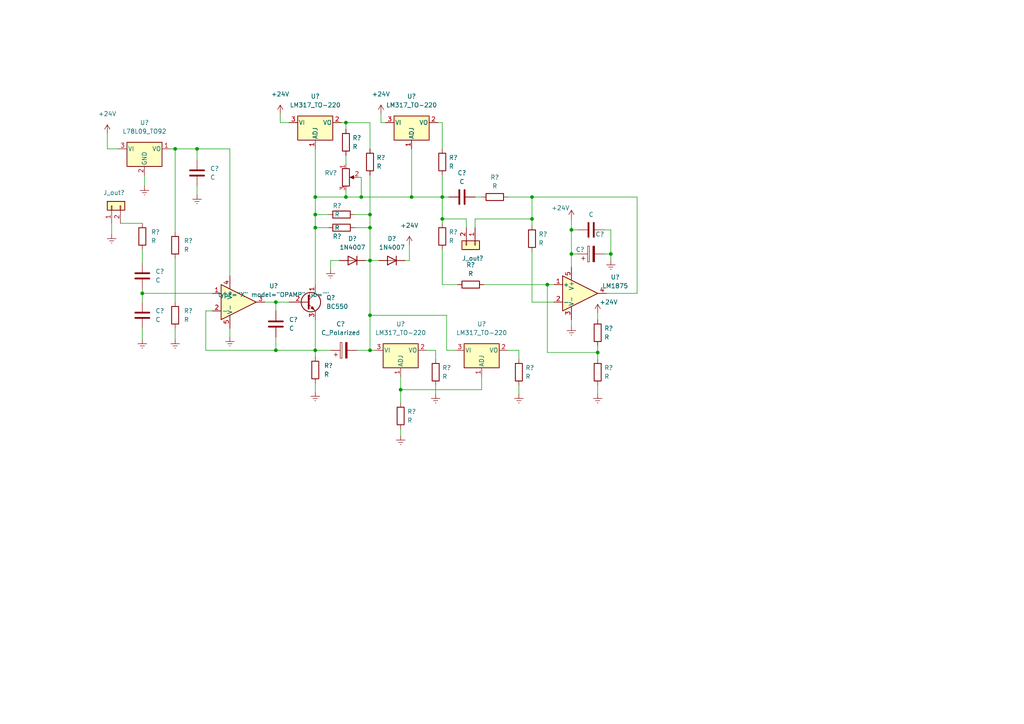
<source format=kicad_sch>
(kicad_sch (version 20211123) (generator eeschema)
  (paper "A4")
  (lib_symbols
    (symbol "Amplifier_Audio:LM1875" (pin_names (offset 0.127))
      (property "Reference" "U" (at 3.81 6.35 0))
      (property "Value" "LM1875" (at 3.81 3.81 0))
      (symbol "LM1875_0_1"
        (polyline (pts (xy -5.08 5.08) (xy 5.08 0) (xy -5.08 -5.08) (xy -5.08 5.08)) (stroke (width 0.254)) (fill (type background)))
      )
      (symbol "LM1875_1_1"
        (pin input line (at -7.62 2.54 0) (length 2.54) (name "+") (number "1"))
        (pin input line (at -7.62 -2.54 0) (length 2.54) (name "-") (number "2"))
        (pin power_in line (at -2.54 -7.62 90) (length 3.81) (name "V-") (number "3"))
        (pin output line (at 7.62 0 180) (length 2.54) (name "~") (number "4"))
        (pin power_in line (at -2.54 7.62 270) (length 3.81) (name "V+") (number "5"))
      )
    )
    (symbol "Connector_Generic:Conn_01x02" (pin_names (offset 1.016) hide)
      (property "Reference" "J" (at 0 2.54 0))
      (property "Value" "Conn_01x02" (at 0 -5.08 0))
      (symbol "Conn_01x02_1_1"
        (rectangle (start -1.27 -2.413) (end 0 -2.667) (stroke (width 0.1524)))
        (rectangle (start -1.27 0.127) (end 0 -0.127) (stroke (width 0.1524)))
        (rectangle (start -1.27 1.27) (end 1.27 -3.81) (stroke (width 0.254)) (fill (type background)))
        (pin passive line (at -5.08 0 0) (length 3.81) (name "Pin_1") (number "1"))
        (pin passive line (at -5.08 -2.54 0) (length 3.81) (name "Pin_2") (number "2"))
      )
    )
    (symbol "Device:C" (pin_numbers hide) (pin_names (offset 0.254))
      (property "Reference" "C" (at 0.635 2.54 0))
      (property "Value" "C" (at 0.635 -2.54 0))
      (symbol "C_0_1"
        (polyline (pts (xy -2.032 -0.762) (xy 2.032 -0.762)) (stroke (width 0.508)))
        (polyline (pts (xy -2.032 0.762) (xy 2.032 0.762)) (stroke (width 0.508)))
      )
      (symbol "C_1_1"
        (pin passive line (at 0 3.81 270) (length 2.794) (name "~") (number "1"))
        (pin passive line (at 0 -3.81 90) (length 2.794) (name "~") (number "2"))
      )
    )
    (symbol "Device:C_Polarized" (pin_numbers hide) (pin_names (offset 0.254))
      (property "Reference" "C" (at 0.635 2.54 0))
      (property "Value" "C_Polarized" (at 0.635 -2.54 0))
      (symbol "C_Polarized_0_1"
        (rectangle (start -2.286 0.508) (end 2.286 1.016))
        (polyline (pts (xy -1.778 2.286) (xy -0.762 2.286)))
        (polyline (pts (xy -1.27 2.794) (xy -1.27 1.778)))
        (rectangle (start 2.286 -0.508) (end -2.286 -1.016) (fill (type outline)))
      )
      (symbol "C_Polarized_1_1"
        (pin passive line (at 0 3.81 270) (length 2.794) (name "~") (number "1"))
        (pin passive line (at 0 -3.81 90) (length 2.794) (name "~") (number "2"))
      )
    )
    (symbol "Device:R" (pin_numbers hide) (pin_names (offset 0))
      (property "Reference" "R" (at 2.032 0 90))
      (property "Value" "R" (at 0 0 90))
      (symbol "R_0_1"
        (rectangle (start -1.016 -2.54) (end 1.016 2.54) (stroke (width 0.254)))
      )
      (symbol "R_1_1"
        (pin passive line (at 0 3.81 270) (length 1.27) (name "~") (number "1"))
        (pin passive line (at 0 -3.81 90) (length 1.27) (name "~") (number "2"))
      )
    )
    (symbol "Device:R_Potentiometer" (pin_names (offset 1.016) hide)
      (property "Reference" "RV" (at -4.445 0 90))
      (property "Value" "R_Potentiometer" (at -2.54 0 90))
      (symbol "R_Potentiometer_0_1"
        (polyline (pts (xy 2.54 0) (xy 1.524 0)))
        (polyline (pts (xy 1.143 0) (xy 2.286 0.508) (xy 2.286 -0.508) (xy 1.143 0)) (fill (type outline)))
        (rectangle (start 1.016 2.54) (end -1.016 -2.54) (stroke (width 0.254)))
      )
      (symbol "R_Potentiometer_1_1"
        (pin passive line (at 0 3.81 270) (length 1.27) (name "1") (number "1"))
        (pin passive line (at 3.81 0 180) (length 1.27) (name "2") (number "2"))
        (pin passive line (at 0 -3.81 90) (length 1.27) (name "3") (number "3"))
      )
    )
    (symbol "Diode:1N4007" (pin_numbers hide) (pin_names hide)
      (property "Reference" "D" (at 0 2.54 0))
      (property "Value" "1N4007" (at 0 -2.54 0))
      (symbol "1N4007_0_1"
        (polyline (pts (xy -1.27 1.27) (xy -1.27 -1.27)) (stroke (width 0.254)))
        (polyline (pts (xy 1.27 0) (xy -1.27 0)))
        (polyline (pts (xy 1.27 1.27) (xy 1.27 -1.27) (xy -1.27 0) (xy 1.27 1.27)) (stroke (width 0.254)))
      )
      (symbol "1N4007_1_1"
        (pin passive line (at -3.81 0 0) (length 2.54) (name "K") (number "1"))
        (pin passive line (at 3.81 0 180) (length 2.54) (name "A") (number "2"))
      )
    )
    (symbol "Earth_1" (power) (pin_names (offset 0))
      (symbol "Earth_1_0_1"
        (polyline (pts (xy -0.635 -1.905) (xy 0.635 -1.905)))
        (polyline (pts (xy -0.127 -2.54) (xy 0.127 -2.54)))
        (polyline (pts (xy 0 -1.27) (xy 0 0)))
        (polyline (pts (xy 1.27 -1.27) (xy -1.27 -1.27)))
      )
      (symbol "Earth_1_1_1"
        (pin power_in line (at 0 0 270) (length 0) hide (name "Earth") (number "1"))
      )
    )
    (symbol "Regulator_Linear:L78L09_TO92" (pin_names (offset 0.254))
      (property "Reference" "U" (at -3.81 3.175 0))
      (property "Value" "L78L09_TO92" (at 0 3.175 0))
      (symbol "L78L09_TO92_0_1"
        (rectangle (start -5.08 -5.08) (end 5.08 1.905) (stroke (width 0.254)) (fill (type background)))
      )
      (symbol "L78L09_TO92_1_1"
        (pin power_out line (at 7.62 0 180) (length 2.54) (name "VO") (number "1"))
        (pin power_in line (at 0 -7.62 90) (length 2.54) (name "GND") (number "2"))
        (pin power_in line (at -7.62 0 0) (length 2.54) (name "VI") (number "3"))
      )
    )
    (symbol "Regulator_Linear:LM317_TO-220" (pin_names (offset 0.254))
      (property "Reference" "U" (at -3.81 3.175 0))
      (property "Value" "LM317_TO-220" (at 0 3.175 0))
      (symbol "LM317_TO-220_0_1"
        (rectangle (start -5.08 1.905) (end 5.08 -5.08) (stroke (width 0.254)) (fill (type background)))
      )
      (symbol "LM317_TO-220_1_1"
        (pin input line (at 0 -7.62 90) (length 2.54) (name "ADJ") (number "1"))
        (pin power_out line (at 7.62 0 180) (length 2.54) (name "VO") (number "2"))
        (pin power_in line (at -7.62 0 0) (length 2.54) (name "VI") (number "3"))
      )
    )
    (symbol "Simulation_SPICE:OPAMP" (pin_names (offset 0.254))
      (property "Reference" "U" (at 3.81 3.175 0))
      (property "Value" "OPAMP" (at 3.81 -3.175 0))
      (symbol "OPAMP_0_1"
        (polyline (pts (xy 5.08 0) (xy -5.08 5.08) (xy -5.08 -5.08) (xy 5.08 0)) (stroke (width 0.254)) (fill (type background)))
      )
      (symbol "OPAMP_1_1"
        (pin input line (at -7.62 2.54 0) (length 2.54) (name "+") (number "1"))
        (pin input line (at -7.62 -2.54 0) (length 2.54) (name "-") (number "2"))
        (pin output line (at 7.62 0 180) (length 2.54) (name "~") (number "3"))
        (pin power_in line (at -2.54 7.62 270) (length 3.81) (name "V+") (number "4"))
        (pin power_in line (at -2.54 -7.62 90) (length 3.81) (name "V-") (number "5"))
      )
    )
    (symbol "Transistor_BJT:BC550" (pin_names (offset 0) hide)
      (property "Reference" "Q" (at 5.08 1.905 0))
      (property "Value" "BC550" (at 5.08 0 0))
      (symbol "BC550_0_1"
        (polyline (pts (xy 0 0) (xy 0.635 0)))
        (polyline (pts (xy 0.635 0.635) (xy 2.54 2.54)))
        (polyline (pts (xy 0.635 -0.635) (xy 2.54 -2.54) (xy 2.54 -2.54)))
        (polyline (pts (xy 0.635 1.905) (xy 0.635 -1.905) (xy 0.635 -1.905)) (stroke (width 0.508)))
        (polyline (pts (xy 1.27 -1.778) (xy 1.778 -1.27) (xy 2.286 -2.286) (xy 1.27 -1.778) (xy 1.27 -1.778)) (fill (type outline)))
        (circle (center 1.27 0) (radius 2.8194) (stroke (width 0.254)))
      )
      (symbol "BC550_1_1"
        (pin passive line (at 2.54 5.08 270) (length 2.54) (name "C") (number "1"))
        (pin input line (at -5.08 0 0) (length 5.08) (name "B") (number "2"))
        (pin passive line (at 2.54 -5.08 90) (length 2.54) (name "E") (number "3"))
      )
    )
    (symbol "power:+24V" (power) (pin_names (offset 0))
      (property "Value" "+24V" (at 0 3.556 0))
      (symbol "+24V_0_1"
        (polyline (pts (xy -0.762 1.27) (xy 0 2.54)))
        (polyline (pts (xy 0 0) (xy 0 2.54)))
        (polyline (pts (xy 0 2.54) (xy 0.762 1.27)))
      )
      (symbol "+24V_1_1"
        (pin power_in line (at 0 0 90) (length 0) hide (name "+24V") (number "1"))
      )
    )
  )
  (junction (at 104.775 57.15))
  (junction (at 107.315 75.565))
  (junction (at 107.315 62.23))
  (junction (at 107.315 66.04))
  (junction (at 116.205 113.03))
  (junction (at 154.305 63.5))
  (junction (at 128.27 57.15))
  (junction (at 128.27 63.5))
  (junction (at 173.355 102.235))
  (junction (at 158.75 82.55))
  (junction (at 177.165 73.66))
  (junction (at 100.33 57.15))
  (junction (at 119.38 57.15))
  (junction (at 154.305 57.15))
  (junction (at 91.44 62.23))
  (junction (at 41.275 85.09))
  (junction (at 91.44 101.6))
  (junction (at 107.315 91.44))
  (junction (at 50.8 43.18))
  (junction (at 165.735 66.675))
  (junction (at 100.33 35.56))
  (junction (at 107.315 101.6))
  (junction (at 91.44 57.15))
  (junction (at 57.15 43.18))
  (junction (at 165.735 73.66))
  (junction (at 91.44 66.04))
  (junction (at 80.01 87.63))
  (junction (at 80.01 101.6))
  (wire (pts (xy 100.33 35.56) (xy 99.06 35.56)))
  (wire (pts (xy 154.305 57.15) (xy 147.32 57.15)))
  (wire (pts (xy 102.87 66.04) (xy 107.315 66.04)))
  (wire (pts (xy 173.355 100.33) (xy 173.355 102.235)))
  (wire (pts (xy 91.44 111.125) (xy 91.44 113.665)))
  (wire (pts (xy 104.14 51.435) (xy 104.775 51.435)))
  (wire (pts (xy 165.735 73.66) (xy 165.735 77.47)))
  (wire (pts (xy 57.15 43.18) (xy 50.8 43.18)))
  (wire (pts (xy 107.315 43.18) (xy 107.315 35.56)))
  (wire (pts (xy 31.115 43.18) (xy 34.29 43.18)))
  (wire (pts (xy 91.44 92.71) (xy 91.44 101.6)))
  (wire (pts (xy 119.38 43.18) (xy 119.38 57.15)))
  (wire (pts (xy 57.15 46.355) (xy 57.15 43.18)))
  (wire (pts (xy 173.355 90.805) (xy 173.355 92.71)))
  (wire (pts (xy 118.745 75.565) (xy 118.745 71.12)))
  (wire (pts (xy 107.315 101.6) (xy 108.585 101.6)))
  (wire (pts (xy 129.54 101.6) (xy 132.08 101.6)))
  (wire (pts (xy 167.64 66.675) (xy 165.735 66.675)))
  (wire (pts (xy 175.26 73.66) (xy 177.165 73.66)))
  (wire (pts (xy 107.315 35.56) (xy 100.33 35.56)))
  (wire (pts (xy 129.54 101.6) (xy 129.54 91.44)))
  (wire (pts (xy 154.305 63.5) (xy 154.305 65.405)))
  (wire (pts (xy 177.165 73.66) (xy 177.165 66.675)))
  (wire (pts (xy 154.305 73.025) (xy 154.305 87.63)))
  (wire (pts (xy 41.275 95.25) (xy 41.275 98.425)))
  (wire (pts (xy 173.355 111.76) (xy 173.355 114.3)))
  (wire (pts (xy 41.275 72.39) (xy 41.275 76.2)))
  (wire (pts (xy 117.475 75.565) (xy 118.745 75.565)))
  (wire (pts (xy 107.315 66.04) (xy 107.315 62.23)))
  (wire (pts (xy 184.785 57.15) (xy 154.305 57.15)))
  (wire (pts (xy 32.385 64.77) (xy 32.385 67.945)))
  (wire (pts (xy 66.675 80.01) (xy 66.675 43.18)))
  (wire (pts (xy 184.785 85.09) (xy 184.785 57.15)))
  (wire (pts (xy 107.315 91.44) (xy 107.315 75.565)))
  (wire (pts (xy 139.7 113.03) (xy 116.205 113.03)))
  (wire (pts (xy 50.8 95.25) (xy 50.8 98.425)))
  (wire (pts (xy 128.27 57.15) (xy 130.175 57.15)))
  (wire (pts (xy 80.01 87.63) (xy 80.01 90.17)))
  (wire (pts (xy 91.44 57.15) (xy 91.44 62.23)))
  (wire (pts (xy 128.27 57.15) (xy 119.38 57.15)))
  (wire (pts (xy 102.87 62.23) (xy 107.315 62.23)))
  (wire (pts (xy 128.27 57.15) (xy 128.27 63.5)))
  (wire (pts (xy 59.69 90.17) (xy 59.69 101.6)))
  (wire (pts (xy 116.205 124.46) (xy 116.205 126.365)))
  (wire (pts (xy 173.355 102.235) (xy 173.355 104.14)))
  (wire (pts (xy 137.795 63.5) (xy 154.305 63.5)))
  (wire (pts (xy 66.675 95.25) (xy 66.675 97.79)))
  (wire (pts (xy 128.27 50.8) (xy 128.27 57.15)))
  (wire (pts (xy 100.33 35.56) (xy 100.33 37.465)))
  (wire (pts (xy 91.44 101.6) (xy 95.885 101.6)))
  (wire (pts (xy 91.44 66.04) (xy 95.25 66.04)))
  (wire (pts (xy 177.165 75.565) (xy 177.165 73.66)))
  (wire (pts (xy 50.8 67.31) (xy 50.8 43.18)))
  (wire (pts (xy 34.925 64.77) (xy 41.275 64.77)))
  (wire (pts (xy 95.885 78.105) (xy 95.885 75.565)))
  (wire (pts (xy 110.49 33.02) (xy 110.49 35.56)))
  (wire (pts (xy 50.8 43.18) (xy 49.53 43.18)))
  (wire (pts (xy 126.365 111.76) (xy 126.365 114.3)))
  (wire (pts (xy 107.315 75.565) (xy 107.315 66.04)))
  (wire (pts (xy 100.33 55.245) (xy 100.33 57.15)))
  (wire (pts (xy 41.275 85.09) (xy 41.275 87.63)))
  (wire (pts (xy 91.44 43.18) (xy 91.44 57.15)))
  (wire (pts (xy 91.44 62.23) (xy 91.44 66.04)))
  (wire (pts (xy 104.775 51.435) (xy 104.775 57.15)))
  (wire (pts (xy 104.775 57.15) (xy 119.38 57.15)))
  (wire (pts (xy 116.205 109.22) (xy 116.205 113.03)))
  (wire (pts (xy 158.75 102.235) (xy 173.355 102.235)))
  (wire (pts (xy 107.315 91.44) (xy 129.54 91.44)))
  (wire (pts (xy 61.595 90.17) (xy 59.69 90.17)))
  (wire (pts (xy 91.44 57.15) (xy 100.33 57.15)))
  (wire (pts (xy 154.305 57.15) (xy 154.305 63.5)))
  (wire (pts (xy 140.335 82.55) (xy 158.75 82.55)))
  (wire (pts (xy 158.75 82.55) (xy 160.655 82.55)))
  (wire (pts (xy 165.735 66.675) (xy 165.735 73.66)))
  (wire (pts (xy 57.15 53.975) (xy 57.15 56.515)))
  (wire (pts (xy 95.885 75.565) (xy 98.425 75.565)))
  (wire (pts (xy 91.44 66.04) (xy 91.44 82.55)))
  (wire (pts (xy 107.315 75.565) (xy 109.855 75.565)))
  (wire (pts (xy 132.715 82.55) (xy 128.27 82.55)))
  (wire (pts (xy 80.01 87.63) (xy 83.82 87.63)))
  (wire (pts (xy 128.27 43.18) (xy 128.27 35.56)))
  (wire (pts (xy 175.895 85.09) (xy 184.785 85.09)))
  (wire (pts (xy 31.115 38.735) (xy 31.115 43.18)))
  (wire (pts (xy 150.495 101.6) (xy 150.495 104.14)))
  (wire (pts (xy 123.825 101.6) (xy 126.365 101.6)))
  (wire (pts (xy 128.27 63.5) (xy 128.27 64.77)))
  (wire (pts (xy 100.33 45.085) (xy 100.33 47.625)))
  (wire (pts (xy 76.835 87.63) (xy 80.01 87.63)))
  (wire (pts (xy 80.01 101.6) (xy 91.44 101.6)))
  (wire (pts (xy 135.255 66.04) (xy 135.255 63.5)))
  (wire (pts (xy 165.735 63.5) (xy 165.735 66.675)))
  (wire (pts (xy 91.44 101.6) (xy 91.44 103.505)))
  (wire (pts (xy 137.795 57.15) (xy 139.7 57.15)))
  (wire (pts (xy 177.165 66.675) (xy 175.26 66.675)))
  (wire (pts (xy 80.01 97.79) (xy 80.01 101.6)))
  (wire (pts (xy 41.275 83.82) (xy 41.275 85.09)))
  (wire (pts (xy 103.505 101.6) (xy 107.315 101.6)))
  (wire (pts (xy 165.735 92.71) (xy 165.735 94.615)))
  (wire (pts (xy 135.255 63.5) (xy 128.27 63.5)))
  (wire (pts (xy 66.675 43.18) (xy 57.15 43.18)))
  (wire (pts (xy 81.28 33.02) (xy 81.28 35.56)))
  (wire (pts (xy 137.795 66.04) (xy 137.795 63.5)))
  (wire (pts (xy 126.365 101.6) (xy 126.365 104.14)))
  (wire (pts (xy 41.91 50.8) (xy 41.91 53.975)))
  (wire (pts (xy 81.28 35.56) (xy 83.82 35.56)))
  (wire (pts (xy 91.44 62.23) (xy 95.25 62.23)))
  (wire (pts (xy 107.315 50.8) (xy 107.315 62.23)))
  (wire (pts (xy 147.32 101.6) (xy 150.495 101.6)))
  (wire (pts (xy 139.7 109.22) (xy 139.7 113.03)))
  (wire (pts (xy 107.315 101.6) (xy 107.315 91.44)))
  (wire (pts (xy 128.27 35.56) (xy 127 35.56)))
  (wire (pts (xy 154.305 87.63) (xy 160.655 87.63)))
  (wire (pts (xy 128.27 82.55) (xy 128.27 72.39)))
  (wire (pts (xy 59.69 101.6) (xy 80.01 101.6)))
  (wire (pts (xy 100.33 57.15) (xy 104.775 57.15)))
  (wire (pts (xy 150.495 111.76) (xy 150.495 114.3)))
  (wire (pts (xy 41.275 85.09) (xy 61.595 85.09)))
  (wire (pts (xy 165.735 73.66) (xy 167.64 73.66)))
  (wire (pts (xy 50.8 74.93) (xy 50.8 87.63)))
  (wire (pts (xy 106.045 75.565) (xy 107.315 75.565)))
  (wire (pts (xy 110.49 35.56) (xy 111.76 35.56)))
  (wire (pts (xy 158.75 82.55) (xy 158.75 102.235)))
  (wire (pts (xy 116.205 113.03) (xy 116.205 116.84)))
  (symbol (lib_id "Regulator_Linear:LM317_TO-220") (at 139.7 101.6 0) (unit 1)
    (property "Reference" "U?" (at 139.7 93.98 0))
    (property "Value" "LM317_TO-220" (at 139.7 96.52 0))
    (property "Footprint" "Package_TO_SOT_THT:TO-220-3_Vertical" (effects hide))
    (property "Datasheet" "http://www.ti.com/lit/ds/symlink/lm317.pdf" (effects hide))
  )
  (symbol (lib_id "Device:R") (at 99.06 62.23 90) (unit 1)
    (property "Reference" "R?" (at 97.79 59.69 90))
    (property "Value" "R" (at 97.79 62.23 90))
  )
  (symbol (lib_id "Connector_Generic:Conn_01x02") (at 137.795 71.12 270) (unit 1)
    (property "Reference" "J_out?" (at 133.985 74.93 90) (effects (justify left)))
    (property "Value" "Conn_01x02" (effects hide))
  )
  (symbol (lib_id "Device:R") (at 107.315 46.99 180) (unit 1)
    (property "Reference" "R?" (at 109.22 45.7199 0) (effects (justify right)))
    (property "Value" "R" (at 109.22 48.2599 0) (effects (justify right)))
  )
  (symbol (lib_id "Device:R") (at 126.365 107.95 0) (unit 1)
    (property "Reference" "R?" (at 128.27 106.6799 0) (effects (justify left)))
    (property "Value" "R" (at 128.27 109.2199 0) (effects (justify left)))
  )
  (symbol (lib_id "Diode:1N4007") (at 113.665 75.565 180) (unit 1)
    (property "Reference" "D?" (at 113.665 69.215 0))
    (property "Value" "1N4007" (at 113.665 71.755 0))
    (property "Footprint" "Diode_THT:D_DO-41_SOD81_P10.16mm_Horizontal" (effects hide))
    (property "Datasheet" "http://www.vishay.com/docs/88503/1n4001.pdf" (effects hide))
  )
  (symbol (lib_id "Device:C") (at 41.275 91.44 0) (unit 1)
    (property "Reference" "C?" (at 45.085 90.1699 0) (effects (justify left)))
    (property "Value" "C" (at 45.085 92.7099 0) (effects (justify left)))
  )
  (symbol (lib_id "Device:C") (at 57.15 50.165 0) (unit 1)
    (property "Reference" "C?" (at 60.96 48.8949 0) (effects (justify left)))
    (property "Value" "C" (at 60.96 51.4349 0) (effects (justify left)))
  )
  (symbol (lib_name "Earth_1") (lib_id "power:Earth") (at 66.675 97.79 0) (unit 1)
    (property "Reference" "#PWR?" (effects hide))
    (property "Value" "Earth" (effects hide))
  )
  (symbol (lib_id "Amplifier_Audio:LM1875") (at 168.275 85.09 0) (unit 1)
    (property "Reference" "U?" (at 178.435 80.391 0))
    (property "Value" "LM1875" (at 178.435 82.931 0))
    (property "Footprint" "Package_TO_SOT_THT:TO-220-5_P3.4x3.7mm_StaggerOdd_Lead3.8mm_Vertical" (effects hide))
    (property "Datasheet" "http://www.ti.com/lit/ds/symlink/lm1875.pdf" (effects hide))
  )
  (symbol (lib_id "Device:R") (at 41.275 68.58 0) (unit 1)
    (property "Reference" "R?" (at 43.815 67.3099 0) (effects (justify left)))
    (property "Value" "R" (at 43.815 69.8499 0) (effects (justify left)))
  )
  (symbol (lib_name "Earth_1") (lib_id "power:Earth") (at 177.165 75.565 0) (unit 1)
    (property "Reference" "#PWR?" (effects hide))
    (property "Value" "Earth" (effects hide))
  )
  (symbol (lib_id "Device:R") (at 136.525 82.55 270) (unit 1)
    (property "Reference" "R?" (at 136.525 76.835 90))
    (property "Value" "R" (at 136.525 79.375 90))
  )
  (symbol (lib_id "Device:R") (at 50.8 91.44 0) (unit 1)
    (property "Reference" "R?" (at 53.34 90.1699 0) (effects (justify left)))
    (property "Value" "R" (at 53.34 92.7099 0) (effects (justify left)))
  )
  (symbol (lib_id "power:+24V") (at 110.49 33.02 0) (unit 1)
    (property "Reference" "#PWR?" (effects hide))
    (property "Value" "+24V" (at 110.49 27.305 0))
  )
  (symbol (lib_id "Regulator_Linear:LM317_TO-220") (at 119.38 35.56 0) (unit 1)
    (property "Reference" "U?" (at 119.38 27.94 0))
    (property "Value" "LM317_TO-220" (at 119.38 30.48 0))
    (property "Footprint" "Package_TO_SOT_THT:TO-220-3_Vertical" (effects hide))
    (property "Datasheet" "http://www.ti.com/lit/ds/symlink/lm317.pdf" (effects hide))
  )
  (symbol (lib_id "Device:R") (at 143.51 57.15 270) (unit 1)
    (property "Reference" "R?" (at 143.51 51.435 90))
    (property "Value" "R" (at 143.51 53.975 90))
  )
  (symbol (lib_id "Device:R") (at 150.495 107.95 0) (unit 1)
    (property "Reference" "R?" (at 152.4 106.6799 0) (effects (justify left)))
    (property "Value" "R" (at 152.4 109.2199 0) (effects (justify left)))
  )
  (symbol (lib_id "Regulator_Linear:LM317_TO-220") (at 91.44 35.56 0) (unit 1)
    (property "Reference" "U?" (at 91.44 27.94 0))
    (property "Value" "LM317_TO-220" (at 91.44 30.48 0))
    (property "Footprint" "Package_TO_SOT_THT:TO-220-3_Vertical" (effects hide))
    (property "Datasheet" "http://www.ti.com/lit/ds/symlink/lm317.pdf" (effects hide))
  )
  (symbol (lib_id "Device:C") (at 133.985 57.15 90) (unit 1)
    (property "Reference" "C?" (at 133.985 50.165 90))
    (property "Value" "C" (at 133.985 52.705 90))
  )
  (symbol (lib_id "Device:R") (at 173.355 96.52 0) (unit 1)
    (property "Reference" "R?" (at 175.26 95.2499 0) (effects (justify left)))
    (property "Value" "R" (at 175.26 97.7899 0) (effects (justify left)))
  )
  (symbol (lib_id "Device:R") (at 154.305 69.215 0) (unit 1)
    (property "Reference" "R?" (at 156.21 67.9449 0) (effects (justify left)))
    (property "Value" "R" (at 156.21 70.4849 0) (effects (justify left)))
  )
  (symbol (lib_name "Earth_1") (lib_id "power:Earth") (at 41.91 53.975 0) (unit 1)
    (property "Reference" "#PWR?" (effects hide))
    (property "Value" "Earth" (effects hide))
  )
  (symbol (lib_id "Device:C_Polarized") (at 99.695 101.6 90) (unit 1)
    (property "Reference" "C?" (at 98.806 93.98 90))
    (property "Value" "C_Polarized" (at 98.806 96.52 90))
  )
  (symbol (lib_id "Device:R") (at 100.33 41.275 180) (unit 1)
    (property "Reference" "R?" (at 102.235 40.0049 0) (effects (justify right)))
    (property "Value" "R" (at 102.235 42.5449 0) (effects (justify right)))
  )
  (symbol (lib_id "power:+24V") (at 165.735 63.5 0) (unit 1)
    (property "Reference" "#PWR?" (effects hide))
    (property "Value" "+24V" (at 162.56 60.325 0))
  )
  (symbol (lib_id "Device:C") (at 171.45 66.675 90) (unit 1)
    (property "Reference" "C?" (at 173.99 67.945 90))
    (property "Value" "C" (at 171.45 62.23 90))
  )
  (symbol (lib_id "Device:R") (at 173.355 107.95 0) (unit 1)
    (property "Reference" "R?" (at 175.26 106.6799 0) (effects (justify left)))
    (property "Value" "R" (at 175.26 109.2199 0) (effects (justify left)))
  )
  (symbol (lib_id "Device:R") (at 50.8 71.12 0) (unit 1)
    (property "Reference" "R?" (at 53.34 69.8499 0) (effects (justify left)))
    (property "Value" "R" (at 53.34 72.3899 0) (effects (justify left)))
  )
  (symbol (lib_name "Earth_1") (lib_id "power:Earth") (at 32.385 67.945 0) (unit 1)
    (property "Reference" "#PWR?" (effects hide))
    (property "Value" "Earth" (effects hide))
  )
  (symbol (lib_id "power:+24V") (at 173.355 90.805 0) (unit 1)
    (property "Reference" "#PWR?" (effects hide))
    (property "Value" "+24V" (at 176.53 87.63 0))
  )
  (symbol (lib_name "Earth_1") (lib_id "power:Earth") (at 116.205 126.365 0) (unit 1)
    (property "Reference" "#PWR?" (effects hide))
    (property "Value" "Earth" (effects hide))
  )
  (symbol (lib_id "Regulator_Linear:L78L09_TO92") (at 41.91 43.18 0) (unit 1)
    (property "Reference" "U?" (at 41.91 35.56 0))
    (property "Value" "L78L09_TO92" (at 41.91 38.1 0))
    (property "Footprint" "Package_TO_SOT_THT:TO-92_Inline" (effects hide))
    (property "Datasheet" "http://www.st.com/content/ccc/resource/technical/document/datasheet/15/55/e5/aa/23/5b/43/fd/CD00000446.pdf/files/CD00000446.pdf/jcr:content/translations/en.CD00000446.pdf" (effects hide))
  )
  (symbol (lib_id "Connector_Generic:Conn_01x02") (at 32.385 59.69 90) (unit 1)
    (property "Reference" "J_out?" (at 36.195 55.88 90) (effects (justify left)))
    (property "Value" "Conn_01x02" (effects hide))
  )
  (symbol (lib_id "Device:C") (at 41.275 80.01 0) (unit 1)
    (property "Reference" "C?" (at 45.085 78.7399 0) (effects (justify left)))
    (property "Value" "C" (at 45.085 81.2799 0) (effects (justify left)))
  )
  (symbol (lib_id "Device:R_Potentiometer") (at 100.33 51.435 0) (unit 1)
    (property "Reference" "RV?" (at 97.79 50.1649 0) (effects (justify right)))
    (property "Value" "R_Potentiometer" (effects hide))
  )
  (symbol (lib_name "Earth_1") (lib_id "power:Earth") (at 173.355 114.3 0) (unit 1)
    (property "Reference" "#PWR?" (effects hide))
    (property "Value" "Earth" (effects hide))
  )
  (symbol (lib_name "Earth_1") (lib_id "power:Earth") (at 91.44 113.665 0) (unit 1)
    (property "Reference" "#PWR?" (effects hide))
    (property "Value" "Earth" (effects hide))
  )
  (symbol (lib_name "Earth_1") (lib_id "power:Earth") (at 95.885 78.105 0) (unit 1)
    (property "Reference" "#PWR?" (effects hide))
    (property "Value" "Earth" (effects hide))
  )
  (symbol (lib_id "Device:R") (at 91.44 107.315 0) (unit 1)
    (property "Reference" "R?" (at 93.98 106.0449 0) (effects (justify left)))
    (property "Value" "R" (at 93.98 108.5849 0) (effects (justify left)))
  )
  (symbol (lib_id "Device:R") (at 128.27 68.58 0) (unit 1)
    (property "Reference" "R?" (at 130.175 67.3099 0) (effects (justify left)))
    (property "Value" "R" (at 130.175 69.8499 0) (effects (justify left)))
  )
  (symbol (lib_name "Earth_1") (lib_id "power:Earth") (at 126.365 114.3 0) (unit 1)
    (property "Reference" "#PWR?" (effects hide))
    (property "Value" "Earth" (effects hide))
  )
  (symbol (lib_id "power:+24V") (at 31.115 38.735 0) (unit 1)
    (property "Reference" "#PWR?" (effects hide))
    (property "Value" "+24V" (at 31.115 33.02 0))
  )
  (symbol (lib_id "Simulation_SPICE:OPAMP") (at 69.215 87.63 0) (unit 1)
    (property "Reference" "U?" (at 79.375 82.931 0))
    (property "Value" "OPAMP" (at 79.375 85.471 0))
    (property "Spice_Netlist_Enabled" "Y" (effects hide))
    (property "Spice_Primitive" "X" (effects hide))
  )
  (symbol (lib_id "Device:R") (at 116.205 120.65 0) (unit 1)
    (property "Reference" "R?" (at 118.11 119.3799 0) (effects (justify left)))
    (property "Value" "R" (at 118.11 121.9199 0) (effects (justify left)))
  )
  (symbol (lib_id "Device:C_Polarized") (at 171.45 73.66 90) (unit 1)
    (property "Reference" "C?" (at 168.275 72.39 90))
    (property "Value" "C_Polarized" (effects hide))
  )
  (symbol (lib_name "Earth_1") (lib_id "power:Earth") (at 41.275 98.425 0) (unit 1)
    (property "Reference" "#PWR?" (effects hide))
    (property "Value" "Earth" (effects hide))
  )
  (symbol (lib_id "Regulator_Linear:LM317_TO-220") (at 116.205 101.6 0) (unit 1)
    (property "Reference" "U?" (at 116.205 93.98 0))
    (property "Value" "LM317_TO-220" (at 116.205 96.52 0))
    (property "Footprint" "Package_TO_SOT_THT:TO-220-3_Vertical" (effects hide))
    (property "Datasheet" "http://www.ti.com/lit/ds/symlink/lm317.pdf" (effects hide))
  )
  (symbol (lib_id "power:+24V") (at 118.745 71.12 0) (unit 1)
    (property "Reference" "#PWR?" (effects hide))
    (property "Value" "+24V" (at 118.745 65.405 0))
  )
  (symbol (lib_id "Device:R") (at 99.06 66.04 90) (unit 1)
    (property "Reference" "R?" (at 97.79 68.58 90))
    (property "Value" "R" (at 97.79 66.04 90))
  )
  (symbol (lib_name "Earth_1") (lib_id "power:Earth") (at 57.15 56.515 0) (unit 1)
    (property "Reference" "#PWR?" (effects hide))
    (property "Value" "Earth" (effects hide))
  )
  (symbol (lib_name "Earth_1") (lib_id "power:Earth") (at 50.8 98.425 0) (unit 1)
    (property "Reference" "#PWR?" (effects hide))
    (property "Value" "Earth" (effects hide))
  )
  (symbol (lib_id "power:+24V") (at 81.28 33.02 0) (unit 1)
    (property "Reference" "#PWR?" (effects hide))
    (property "Value" "+24V" (at 81.28 27.305 0))
  )
  (symbol (lib_id "Device:R") (at 128.27 46.99 180) (unit 1)
    (property "Reference" "R?" (at 130.175 45.7199 0) (effects (justify right)))
    (property "Value" "R" (at 130.175 48.2599 0) (effects (justify right)))
  )
  (symbol (lib_name "Earth_1") (lib_id "power:Earth") (at 165.735 94.615 0) (unit 1)
    (property "Reference" "#PWR?" (effects hide))
    (property "Value" "Earth" (effects hide))
  )
  (symbol (lib_id "Diode:1N4007") (at 102.235 75.565 180) (unit 1)
    (property "Reference" "D?" (at 102.235 69.215 0))
    (property "Value" "1N4007" (at 102.235 71.755 0))
    (property "Footprint" "Diode_THT:D_DO-41_SOD81_P10.16mm_Horizontal" (effects hide))
    (property "Datasheet" "http://www.vishay.com/docs/88503/1n4001.pdf" (effects hide))
  )
  (symbol (lib_id "Transistor_BJT:BC550") (at 88.9 87.63 0) (unit 1)
    (property "Reference" "Q?" (at 94.615 86.3599 0) (effects (justify left)))
    (property "Value" "BC550" (at 94.615 88.8999 0) (effects (justify left)))
    (property "Footprint" "Package_TO_SOT_THT:TO-92_Inline" (effects hide))
    (property "Datasheet" "https://www.onsemi.com/pub/Collateral/BC550-D.pdf" (effects hide))
  )
  (symbol (lib_id "Device:C") (at 80.01 93.98 0) (unit 1)
    (property "Reference" "C?" (at 83.82 92.7099 0) (effects (justify left)))
    (property "Value" "C" (at 83.82 95.2499 0) (effects (justify left)))
  )
  (symbol (lib_name "Earth_1") (lib_id "power:Earth") (at 150.495 114.3 0) (unit 1)
    (property "Reference" "#PWR?" (effects hide))
    (property "Value" "Earth" (effects hide))
  )
)
</source>
